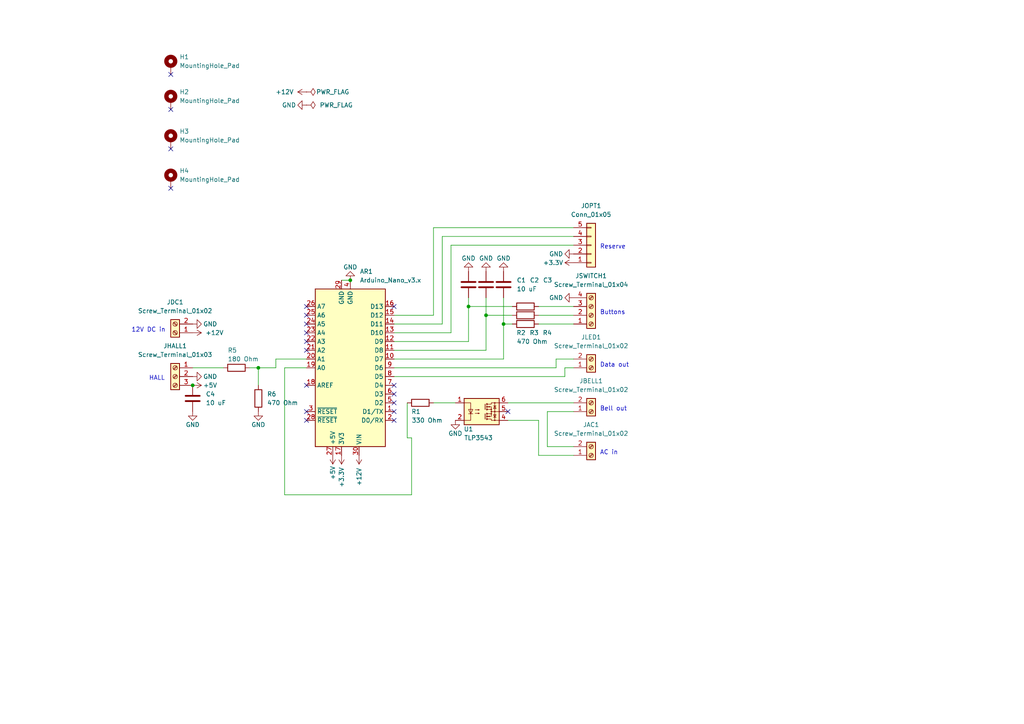
<source format=kicad_sch>
(kicad_sch (version 20211123) (generator eeschema)
  (paper "A4")
  (lib_symbols
    (symbol "Connector:Screw_Terminal_01x02" (pin_names (offset 1.016) hide)
      (property "Reference" "J" (at 0 2.54 0))
      (property "Value" "Screw_Terminal_01x02" (at 0 -5.08 0))
      (symbol "Screw_Terminal_01x02_1_1"
        (rectangle (start -1.27 1.27) (end 1.27 -3.81) (stroke (width 0.254)) (fill (type background)))
        (circle (center 0 -2.54) (radius 0.635) (stroke (width 0.1524)))
        (polyline (pts (xy -0.5334 -2.2098) (xy 0.3302 -3.048)) (stroke (width 0.1524)))
        (polyline (pts (xy -0.5334 0.3302) (xy 0.3302 -0.508)) (stroke (width 0.1524)))
        (polyline (pts (xy -0.3556 -2.032) (xy 0.508 -2.8702)) (stroke (width 0.1524)))
        (polyline (pts (xy -0.3556 0.508) (xy 0.508 -0.3302)) (stroke (width 0.1524)))
        (circle (center 0 0) (radius 0.635) (stroke (width 0.1524)))
        (pin passive line (at -5.08 0 0) (length 3.81) (name "Pin_1") (number "1"))
        (pin passive line (at -5.08 -2.54 0) (length 3.81) (name "Pin_2") (number "2"))
      )
    )
    (symbol "Connector:Screw_Terminal_01x03" (pin_names (offset 1.016) hide)
      (property "Reference" "J" (at 0 5.08 0))
      (property "Value" "Screw_Terminal_01x03" (at 0 -5.08 0))
      (symbol "Screw_Terminal_01x03_1_1"
        (rectangle (start -1.27 3.81) (end 1.27 -3.81) (stroke (width 0.254)) (fill (type background)))
        (circle (center 0 -2.54) (radius 0.635) (stroke (width 0.1524)))
        (polyline (pts (xy -0.5334 -2.2098) (xy 0.3302 -3.048)) (stroke (width 0.1524)))
        (polyline (pts (xy -0.5334 0.3302) (xy 0.3302 -0.508)) (stroke (width 0.1524)))
        (polyline (pts (xy -0.5334 2.8702) (xy 0.3302 2.032)) (stroke (width 0.1524)))
        (polyline (pts (xy -0.3556 -2.032) (xy 0.508 -2.8702)) (stroke (width 0.1524)))
        (polyline (pts (xy -0.3556 0.508) (xy 0.508 -0.3302)) (stroke (width 0.1524)))
        (polyline (pts (xy -0.3556 3.048) (xy 0.508 2.2098)) (stroke (width 0.1524)))
        (circle (center 0 0) (radius 0.635) (stroke (width 0.1524)))
        (circle (center 0 2.54) (radius 0.635) (stroke (width 0.1524)))
        (pin passive line (at -5.08 2.54 0) (length 3.81) (name "Pin_1") (number "1"))
        (pin passive line (at -5.08 0 0) (length 3.81) (name "Pin_2") (number "2"))
        (pin passive line (at -5.08 -2.54 0) (length 3.81) (name "Pin_3") (number "3"))
      )
    )
    (symbol "Connector:Screw_Terminal_01x04" (pin_names (offset 1.016) hide)
      (property "Reference" "J" (at 0 5.08 0))
      (property "Value" "Screw_Terminal_01x04" (at 0 -7.62 0))
      (symbol "Screw_Terminal_01x04_1_1"
        (rectangle (start -1.27 3.81) (end 1.27 -6.35) (stroke (width 0.254)) (fill (type background)))
        (circle (center 0 -5.08) (radius 0.635) (stroke (width 0.1524)))
        (circle (center 0 -2.54) (radius 0.635) (stroke (width 0.1524)))
        (polyline (pts (xy -0.5334 -4.7498) (xy 0.3302 -5.588)) (stroke (width 0.1524)))
        (polyline (pts (xy -0.5334 -2.2098) (xy 0.3302 -3.048)) (stroke (width 0.1524)))
        (polyline (pts (xy -0.5334 0.3302) (xy 0.3302 -0.508)) (stroke (width 0.1524)))
        (polyline (pts (xy -0.5334 2.8702) (xy 0.3302 2.032)) (stroke (width 0.1524)))
        (polyline (pts (xy -0.3556 -4.572) (xy 0.508 -5.4102)) (stroke (width 0.1524)))
        (polyline (pts (xy -0.3556 -2.032) (xy 0.508 -2.8702)) (stroke (width 0.1524)))
        (polyline (pts (xy -0.3556 0.508) (xy 0.508 -0.3302)) (stroke (width 0.1524)))
        (polyline (pts (xy -0.3556 3.048) (xy 0.508 2.2098)) (stroke (width 0.1524)))
        (circle (center 0 0) (radius 0.635) (stroke (width 0.1524)))
        (circle (center 0 2.54) (radius 0.635) (stroke (width 0.1524)))
        (pin passive line (at -5.08 2.54 0) (length 3.81) (name "Pin_1") (number "1"))
        (pin passive line (at -5.08 0 0) (length 3.81) (name "Pin_2") (number "2"))
        (pin passive line (at -5.08 -2.54 0) (length 3.81) (name "Pin_3") (number "3"))
        (pin passive line (at -5.08 -5.08 0) (length 3.81) (name "Pin_4") (number "4"))
      )
    )
    (symbol "Connector_Generic:Conn_01x05" (pin_names (offset 1.016) hide)
      (property "Reference" "J" (at 0 7.62 0))
      (property "Value" "Conn_01x05" (at 0 -7.62 0))
      (symbol "Conn_01x05_1_1"
        (rectangle (start -1.27 -4.953) (end 0 -5.207) (stroke (width 0.1524)))
        (rectangle (start -1.27 -2.413) (end 0 -2.667) (stroke (width 0.1524)))
        (rectangle (start -1.27 0.127) (end 0 -0.127) (stroke (width 0.1524)))
        (rectangle (start -1.27 2.667) (end 0 2.413) (stroke (width 0.1524)))
        (rectangle (start -1.27 5.207) (end 0 4.953) (stroke (width 0.1524)))
        (rectangle (start -1.27 6.35) (end 1.27 -6.35) (stroke (width 0.254)) (fill (type background)))
        (pin passive line (at -5.08 5.08 0) (length 3.81) (name "Pin_1") (number "1"))
        (pin passive line (at -5.08 2.54 0) (length 3.81) (name "Pin_2") (number "2"))
        (pin passive line (at -5.08 0 0) (length 3.81) (name "Pin_3") (number "3"))
        (pin passive line (at -5.08 -2.54 0) (length 3.81) (name "Pin_4") (number "4"))
        (pin passive line (at -5.08 -5.08 0) (length 3.81) (name "Pin_5") (number "5"))
      )
    )
    (symbol "Device:C" (pin_numbers hide) (pin_names (offset 0.254))
      (property "Reference" "C" (at 0.635 2.54 0))
      (property "Value" "C" (at 0.635 -2.54 0))
      (symbol "C_0_1"
        (polyline (pts (xy -2.032 -0.762) (xy 2.032 -0.762)) (stroke (width 0.508)))
        (polyline (pts (xy -2.032 0.762) (xy 2.032 0.762)) (stroke (width 0.508)))
      )
      (symbol "C_1_1"
        (pin passive line (at 0 3.81 270) (length 2.794) (name "~") (number "1"))
        (pin passive line (at 0 -3.81 90) (length 2.794) (name "~") (number "2"))
      )
    )
    (symbol "Device:R" (pin_numbers hide) (pin_names (offset 0))
      (property "Reference" "R" (at 2.032 0 90))
      (property "Value" "R" (at 0 0 90))
      (symbol "R_0_1"
        (rectangle (start -1.016 -2.54) (end 1.016 2.54) (stroke (width 0.254)))
      )
      (symbol "R_1_1"
        (pin passive line (at 0 3.81 270) (length 1.27) (name "~") (number "1"))
        (pin passive line (at 0 -3.81 90) (length 1.27) (name "~") (number "2"))
      )
    )
    (symbol "MCU_Module:Arduino_Nano_v3.x"
      (property "Reference" "A" (at -10.16 23.495 0))
      (property "Value" "Arduino_Nano_v3.x" (at 5.08 -24.13 0))
      (symbol "Arduino_Nano_v3.x_0_1"
        (rectangle (start -10.16 22.86) (end 10.16 -22.86) (stroke (width 0.254)) (fill (type background)))
      )
      (symbol "Arduino_Nano_v3.x_1_1"
        (pin bidirectional line (at -12.7 12.7 0) (length 2.54) (name "D1/TX") (number "1"))
        (pin bidirectional line (at -12.7 -2.54 0) (length 2.54) (name "D7") (number "10"))
        (pin bidirectional line (at -12.7 -5.08 0) (length 2.54) (name "D8") (number "11"))
        (pin bidirectional line (at -12.7 -7.62 0) (length 2.54) (name "D9") (number "12"))
        (pin bidirectional line (at -12.7 -10.16 0) (length 2.54) (name "D10") (number "13"))
        (pin bidirectional line (at -12.7 -12.7 0) (length 2.54) (name "D11") (number "14"))
        (pin bidirectional line (at -12.7 -15.24 0) (length 2.54) (name "D12") (number "15"))
        (pin bidirectional line (at -12.7 -17.78 0) (length 2.54) (name "D13") (number "16"))
        (pin power_out line (at 2.54 25.4 270) (length 2.54) (name "3V3") (number "17"))
        (pin input line (at 12.7 5.08 180) (length 2.54) (name "AREF") (number "18"))
        (pin bidirectional line (at 12.7 0 180) (length 2.54) (name "A0") (number "19"))
        (pin bidirectional line (at -12.7 15.24 0) (length 2.54) (name "D0/RX") (number "2"))
        (pin bidirectional line (at 12.7 -2.54 180) (length 2.54) (name "A1") (number "20"))
        (pin bidirectional line (at 12.7 -5.08 180) (length 2.54) (name "A2") (number "21"))
        (pin bidirectional line (at 12.7 -7.62 180) (length 2.54) (name "A3") (number "22"))
        (pin bidirectional line (at 12.7 -10.16 180) (length 2.54) (name "A4") (number "23"))
        (pin bidirectional line (at 12.7 -12.7 180) (length 2.54) (name "A5") (number "24"))
        (pin bidirectional line (at 12.7 -15.24 180) (length 2.54) (name "A6") (number "25"))
        (pin bidirectional line (at 12.7 -17.78 180) (length 2.54) (name "A7") (number "26"))
        (pin power_out line (at 5.08 25.4 270) (length 2.54) (name "+5V") (number "27"))
        (pin input line (at 12.7 15.24 180) (length 2.54) (name "~{RESET}") (number "28"))
        (pin power_in line (at 2.54 -25.4 90) (length 2.54) (name "GND") (number "29"))
        (pin input line (at 12.7 12.7 180) (length 2.54) (name "~{RESET}") (number "3"))
        (pin power_in line (at -2.54 25.4 270) (length 2.54) (name "VIN") (number "30"))
        (pin power_in line (at 0 -25.4 90) (length 2.54) (name "GND") (number "4"))
        (pin bidirectional line (at -12.7 10.16 0) (length 2.54) (name "D2") (number "5"))
        (pin bidirectional line (at -12.7 7.62 0) (length 2.54) (name "D3") (number "6"))
        (pin bidirectional line (at -12.7 5.08 0) (length 2.54) (name "D4") (number "7"))
        (pin bidirectional line (at -12.7 2.54 0) (length 2.54) (name "D5") (number "8"))
        (pin bidirectional line (at -12.7 0 0) (length 2.54) (name "D6") (number "9"))
      )
    )
    (symbol "Mechanical:MountingHole_Pad" (pin_numbers hide) (pin_names (offset 1.016) hide)
      (property "Reference" "H" (at 0 6.35 0))
      (property "Value" "MountingHole_Pad" (at 0 4.445 0))
      (symbol "MountingHole_Pad_0_1"
        (circle (center 0 1.27) (radius 1.27) (stroke (width 1.27)))
      )
      (symbol "MountingHole_Pad_1_1"
        (pin input line (at 0 -2.54 90) (length 2.54) (name "1") (number "1"))
      )
    )
    (symbol "Relay_SolidState:TLP3543"
      (property "Reference" "U" (at -3.81 5.08 0))
      (property "Value" "TLP3543" (at -1.27 -5.08 0))
      (symbol "TLP3543_0_1"
        (rectangle (start -5.08 3.81) (end 5.08 -3.81) (stroke (width 0.254)) (fill (type background)))
        (polyline (pts (xy -3.81 -0.635) (xy -2.54 -0.635)))
        (polyline (pts (xy 1.016 -0.635) (xy 1.016 -2.159)) (stroke (width 0.2032)))
        (polyline (pts (xy 1.016 2.159) (xy 1.016 0.635)) (stroke (width 0.2032)))
        (polyline (pts (xy 1.524 -0.508) (xy 1.524 -0.762)) (stroke (width 0.3556)))
        (polyline (pts (xy 2.794 0) (xy 5.08 0)))
        (polyline (pts (xy 3.429 -1.651) (xy 4.191 -1.651)))
        (polyline (pts (xy 3.429 1.651) (xy 4.191 1.651)))
        (polyline (pts (xy 3.81 -2.54) (xy 3.81 2.54)))
        (polyline (pts (xy 1.524 -2.032) (xy 1.524 -2.286) (xy 1.524 -2.286)) (stroke (width 0.3556)))
        (polyline (pts (xy 1.524 -1.27) (xy 1.524 -1.524) (xy 1.524 -1.524)) (stroke (width 0.3556)))
        (polyline (pts (xy 1.524 0.762) (xy 1.524 0.508) (xy 1.524 0.508)) (stroke (width 0.3556)))
        (polyline (pts (xy 1.524 1.524) (xy 1.524 1.27) (xy 1.524 1.27)) (stroke (width 0.3556)))
        (polyline (pts (xy 1.524 2.286) (xy 1.524 2.032) (xy 1.524 2.032)) (stroke (width 0.3556)))
        (polyline (pts (xy 1.651 -1.397) (xy 2.794 -1.397) (xy 2.794 -0.635)))
        (polyline (pts (xy 1.651 1.397) (xy 2.794 1.397) (xy 2.794 0.635)))
        (polyline (pts (xy -5.08 2.54) (xy -3.175 2.54) (xy -3.175 -2.54) (xy -5.08 -2.54)))
        (polyline (pts (xy -3.175 -0.635) (xy -3.81 0.635) (xy -2.54 0.635) (xy -3.175 -0.635)))
        (polyline (pts (xy 1.651 -2.159) (xy 2.794 -2.159) (xy 2.794 -2.54) (xy 5.08 -2.54)))
        (polyline (pts (xy 1.651 -0.635) (xy 2.794 -0.635) (xy 2.794 0.635) (xy 1.651 0.635)))
        (polyline (pts (xy 1.651 2.159) (xy 2.794 2.159) (xy 2.794 2.54) (xy 5.08 2.54)))
        (polyline (pts (xy 1.778 -1.397) (xy 2.286 -1.27) (xy 2.286 -1.524) (xy 1.778 -1.397)))
        (polyline (pts (xy 1.778 1.397) (xy 2.286 1.524) (xy 2.286 1.27) (xy 1.778 1.397)))
        (polyline (pts (xy 3.81 -1.651) (xy 3.429 -0.889) (xy 4.191 -0.889) (xy 3.81 -1.651)))
        (polyline (pts (xy 3.81 1.651) (xy 3.429 0.889) (xy 4.191 0.889) (xy 3.81 1.651)))
        (polyline (pts (xy -1.905 -0.508) (xy -0.635 -0.508) (xy -1.016 -0.635) (xy -1.016 -0.381) (xy -0.635 -0.508)))
        (polyline (pts (xy -1.905 0.508) (xy -0.635 0.508) (xy -1.016 0.381) (xy -1.016 0.635) (xy -0.635 0.508)))
        (circle (center 2.794 -0.635) (radius 0.127))
        (circle (center 2.794 0) (radius 0.127))
        (circle (center 2.794 0.635) (radius 0.127))
        (circle (center 3.81 -2.54) (radius 0.127))
        (circle (center 3.81 0) (radius 0.127))
        (circle (center 3.81 2.54) (radius 0.127))
      )
      (symbol "TLP3543_1_1"
        (pin passive line (at -7.62 2.54 0) (length 2.54) (name "~") (number "1"))
        (pin passive line (at -7.62 -2.54 0) (length 2.54) (name "~") (number "2"))
        (pin no_connect line (at -5.08 0 0) (length 2.54) hide (name "~") (number "3"))
        (pin passive line (at 7.62 -2.54 180) (length 2.54) (name "~") (number "4"))
        (pin passive line (at 7.62 0 180) (length 2.54) (name "~") (number "5"))
        (pin passive line (at 7.62 2.54 180) (length 2.54) (name "~") (number "6"))
      )
    )
    (symbol "power:+12V" (power) (pin_names (offset 0))
      (property "Value" "+12V" (at 0 3.556 0))
      (symbol "+12V_0_1"
        (polyline (pts (xy -0.762 1.27) (xy 0 2.54)))
        (polyline (pts (xy 0 0) (xy 0 2.54)))
        (polyline (pts (xy 0 2.54) (xy 0.762 1.27)))
      )
      (symbol "+12V_1_1"
        (pin power_in line (at 0 0 90) (length 0) hide (name "+12V") (number "1"))
      )
    )
    (symbol "power:+3.3V" (power) (pin_names (offset 0))
      (property "Value" "+3.3V" (at 0 3.556 0))
      (symbol "+3.3V_0_1"
        (polyline (pts (xy -0.762 1.27) (xy 0 2.54)))
        (polyline (pts (xy 0 0) (xy 0 2.54)))
        (polyline (pts (xy 0 2.54) (xy 0.762 1.27)))
      )
      (symbol "+3.3V_1_1"
        (pin power_in line (at 0 0 90) (length 0) hide (name "+3.3V") (number "1"))
      )
    )
    (symbol "power:+5V" (power) (pin_names (offset 0))
      (property "Value" "+5V" (at 0 3.556 0))
      (symbol "+5V_0_1"
        (polyline (pts (xy -0.762 1.27) (xy 0 2.54)))
        (polyline (pts (xy 0 0) (xy 0 2.54)))
        (polyline (pts (xy 0 2.54) (xy 0.762 1.27)))
      )
      (symbol "+5V_1_1"
        (pin power_in line (at 0 0 90) (length 0) hide (name "+5V") (number "1"))
      )
    )
    (symbol "power:GND" (power) (pin_names (offset 0))
      (property "Value" "GND" (at 0 -3.81 0))
      (symbol "GND_0_1"
        (polyline (pts (xy 0 0) (xy 0 -1.27) (xy 1.27 -1.27) (xy 0 -2.54) (xy -1.27 -1.27) (xy 0 -1.27)))
      )
      (symbol "GND_1_1"
        (pin power_in line (at 0 0 270) (length 0) hide (name "GND") (number "1"))
      )
    )
    (symbol "power:PWR_FLAG" (power) (pin_numbers hide) (pin_names (offset 0) hide)
      (property "Value" "PWR_FLAG" (at 0 3.81 0))
      (symbol "PWR_FLAG_0_0"
        (pin power_out line (at 0 0 90) (length 0) (name "pwr") (number "1"))
      )
      (symbol "PWR_FLAG_0_1"
        (polyline (pts (xy 0 0) (xy 0 1.27) (xy -1.016 1.905) (xy 0 2.54) (xy 1.016 1.905) (xy 0 1.27)))
      )
    )
  )
  (junction (at 146.05 93.98))
  (junction (at 55.88 111.76))
  (junction (at 135.89 88.9))
  (junction (at 140.97 91.44))
  (junction (at 101.6 81.28))
  (junction (at 74.93 106.68))
  (no_connect (at 49.53 31.75))
  (no_connect (at 49.53 21.59))
  (no_connect (at 49.53 54.61))
  (no_connect (at 114.3 116.84))
  (no_connect (at 49.53 43.18))
  (no_connect (at 114.3 114.3))
  (no_connect (at 88.9 93.98))
  (no_connect (at 88.9 101.6))
  (no_connect (at 88.9 88.9))
  (no_connect (at 88.9 99.06))
  (no_connect (at 88.9 96.52))
  (no_connect (at 88.9 91.44))
  (no_connect (at 114.3 111.76))
  (no_connect (at 114.3 121.92))
  (no_connect (at 114.3 119.38))
  (no_connect (at 88.9 111.76))
  (no_connect (at 88.9 119.38))
  (no_connect (at 88.9 121.92))
  (no_connect (at 114.3 88.9))
  (no_connect (at 147.32 119.38))
  (wire (pts (xy 148.59 91.44) (xy 140.97 91.44)))
  (wire (pts (xy 166.37 104.14) (xy 161.29 104.14)))
  (wire (pts (xy 125.73 116.84) (xy 132.08 116.84)))
  (wire (pts (xy 99.06 81.28) (xy 101.6 81.28)))
  (wire (pts (xy 118.11 127) (xy 118.11 116.84)))
  (wire (pts (xy 80.01 104.14) (xy 88.9 104.14)))
  (wire (pts (xy 74.93 106.68) (xy 80.01 106.68)))
  (wire (pts (xy 88.9 106.68) (xy 82.55 106.68)))
  (wire (pts (xy 147.32 116.84) (xy 166.37 116.84)))
  (wire (pts (xy 166.37 71.12) (xy 130.81 71.12)))
  (wire (pts (xy 114.3 101.6) (xy 140.97 101.6)))
  (wire (pts (xy 163.83 109.22) (xy 163.83 106.68)))
  (wire (pts (xy 128.27 93.98) (xy 114.3 93.98)))
  (wire (pts (xy 146.05 86.36) (xy 146.05 93.98)))
  (wire (pts (xy 114.3 104.14) (xy 146.05 104.14)))
  (wire (pts (xy 163.83 106.68) (xy 166.37 106.68)))
  (wire (pts (xy 82.55 143.51) (xy 119.38 143.51)))
  (wire (pts (xy 135.89 86.36) (xy 135.89 88.9)))
  (wire (pts (xy 130.81 71.12) (xy 130.81 96.52)))
  (wire (pts (xy 128.27 93.98) (xy 128.27 68.58)))
  (wire (pts (xy 114.3 106.68) (xy 161.29 106.68)))
  (wire (pts (xy 166.37 91.44) (xy 156.21 91.44)))
  (wire (pts (xy 158.75 119.38) (xy 158.75 129.54)))
  (wire (pts (xy 146.05 104.14) (xy 146.05 93.98)))
  (wire (pts (xy 156.21 121.92) (xy 147.32 121.92)))
  (wire (pts (xy 125.73 66.04) (xy 125.73 91.44)))
  (wire (pts (xy 166.37 66.04) (xy 125.73 66.04)))
  (wire (pts (xy 128.27 68.58) (xy 166.37 68.58)))
  (wire (pts (xy 119.38 143.51) (xy 119.38 127)))
  (wire (pts (xy 114.3 109.22) (xy 163.83 109.22)))
  (wire (pts (xy 135.89 88.9) (xy 148.59 88.9)))
  (wire (pts (xy 82.55 106.68) (xy 82.55 143.51)))
  (wire (pts (xy 161.29 104.14) (xy 161.29 106.68)))
  (wire (pts (xy 166.37 88.9) (xy 156.21 88.9)))
  (wire (pts (xy 156.21 121.92) (xy 156.21 132.08)))
  (wire (pts (xy 140.97 86.36) (xy 140.97 91.44)))
  (wire (pts (xy 114.3 99.06) (xy 135.89 99.06)))
  (wire (pts (xy 114.3 91.44) (xy 125.73 91.44)))
  (wire (pts (xy 158.75 129.54) (xy 166.37 129.54)))
  (wire (pts (xy 80.01 106.68) (xy 80.01 104.14)))
  (wire (pts (xy 140.97 91.44) (xy 140.97 101.6)))
  (wire (pts (xy 146.05 93.98) (xy 148.59 93.98)))
  (wire (pts (xy 135.89 99.06) (xy 135.89 88.9)))
  (wire (pts (xy 119.38 127) (xy 118.11 127)))
  (wire (pts (xy 156.21 132.08) (xy 166.37 132.08)))
  (wire (pts (xy 74.93 106.68) (xy 74.93 111.76)))
  (wire (pts (xy 158.75 119.38) (xy 166.37 119.38)))
  (wire (pts (xy 114.3 96.52) (xy 130.81 96.52)))
  (wire (pts (xy 166.37 93.98) (xy 156.21 93.98)))
  (wire (pts (xy 55.88 106.68) (xy 64.77 106.68)))
  (wire (pts (xy 72.39 106.68) (xy 74.93 106.68)))
  (text "Reserve" (at 173.99 72.39 0) (effects (font (size 1.27 1.27)) (justify left bottom)))
  (text "Buttons" (at 173.99 91.44 0) (effects (font (size 1.27 1.27)) (justify left bottom)))
  (text "HALL" (at 43.18 110.49 0) (effects (font (size 1.27 1.27)) (justify left bottom)))
  (text "12V DC in" (at 38.1 96.52 0) (effects (font (size 1.27 1.27)) (justify left bottom)))
  (text "AC in" (at 173.99 132.08 0) (effects (font (size 1.27 1.27)) (justify left bottom)))
  (text "Bell out" (at 173.99 119.38 0) (effects (font (size 1.27 1.27)) (justify left bottom)))
  (text "Data out" (at 173.99 106.68 0) (effects (font (size 1.27 1.27)) (justify left bottom)))
  (symbol (lib_id "Mechanical:MountingHole_Pad") (at 49.53 52.07 0) (unit 1)
    (property "Reference" "H4" (at 52.07 49.5299 0) (effects (justify left)))
    (property "Value" "MountingHole_Pad" (at 52.07 52.0699 0) (effects (justify left)))
    (property "Footprint" "MountingHole:MountingHole_4mm" (effects hide))
  )
  (symbol (lib_id "power:GND") (at 88.9 30.48 270) (unit 1)
    (property "Reference" "#PWR0119" (effects hide))
    (property "Value" "GND" (at 83.82 30.48 90))
  )
  (symbol (lib_id "power:+12V") (at 88.9 26.67 90) (unit 1)
    (property "Reference" "#PWR0118" (effects hide))
    (property "Value" "+12V" (at 82.55 26.67 90))
  )
  (symbol (lib_id "power:+3.3V") (at 166.37 76.2 90) (unit 1)
    (property "Reference" "#PWR0106" (effects hide))
    (property "Value" "+3.3V" (at 157.48 76.2 90) (effects (justify right)))
  )
  (symbol (lib_id "Connector:Screw_Terminal_01x02") (at 171.45 106.68 0) (mirror x) (unit 1)
    (property "Reference" "JLED1" (at 171.45 97.79 0))
    (property "Value" "Screw_Terminal_01x02" (at 171.45 100.33 0))
    (property "Footprint" "Connector_Molex:Molex_Micro-Fit_3.0_43650-0215_1x02_P3.00mm_Vertical" (effects hide))
  )
  (symbol (lib_id "Device:R") (at 152.4 91.44 90) (unit 1)
    (property "Reference" "R3" (at 154.94 96.52 90))
    (property "Value" "470 Ohm" (effects hide))
    (property "Footprint" "Resistor_SMD:R_0805_2012Metric" (effects hide))
  )
  (symbol (lib_id "power:+12V") (at 104.14 132.08 180) (unit 1)
    (property "Reference" "#PWR0112" (effects hide))
    (property "Value" "+12V" (at 104.14 140.97 90) (effects (justify right)))
  )
  (symbol (lib_id "power:PWR_FLAG") (at 88.9 30.48 270) (unit 1)
    (property "Reference" "#FLG0101" (effects hide))
    (property "Value" "PWR_FLAG" (at 92.71 30.4799 90) (effects (justify left)))
  )
  (symbol (lib_id "power:GND") (at 55.88 119.38 0) (unit 1)
    (property "Reference" "#PWR0114" (effects hide))
    (property "Value" "GND" (at 55.88 123.19 0))
  )
  (symbol (lib_id "Connector:Screw_Terminal_01x02") (at 171.45 119.38 0) (mirror x) (unit 1)
    (property "Reference" "JBELL1" (at 171.45 110.49 0))
    (property "Value" "Screw_Terminal_01x02" (at 171.45 113.03 0))
    (property "Footprint" "Connector_Molex:Molex_Micro-Fit_3.0_43650-0215_1x02_P3.00mm_Vertical" (effects hide))
  )
  (symbol (lib_id "Device:C") (at 140.97 82.55 180) (unit 1)
    (property "Reference" "C2" (at 153.67 81.28 0) (effects (justify right)))
    (property "Value" "10 uF" (effects hide))
    (property "Footprint" "Capacitor_SMD:C_0805_2012Metric" (effects hide))
  )
  (symbol (lib_id "power:GND") (at 166.37 73.66 270) (unit 1)
    (property "Reference" "#PWR0105" (effects hide))
    (property "Value" "GND" (at 161.29 73.66 90))
  )
  (symbol (lib_id "Connector:Screw_Terminal_01x02") (at 171.45 132.08 0) (mirror x) (unit 1)
    (property "Reference" "JAC1" (at 171.45 123.19 0))
    (property "Value" "Screw_Terminal_01x02" (at 171.45 125.73 0))
    (property "Footprint" "Connector_Molex:Molex_Micro-Fit_3.0_43650-0215_1x02_P3.00mm_Vertical" (effects hide))
  )
  (symbol (lib_id "Device:R") (at 152.4 93.98 90) (unit 1)
    (property "Reference" "R4" (at 158.75 96.52 90))
    (property "Value" "470 Ohm" (at 149.86 99.06 90) (effects (justify right)))
    (property "Footprint" "Resistor_SMD:R_0805_2012Metric" (effects hide))
  )
  (symbol (lib_id "power:GND") (at 55.88 109.22 90) (unit 1)
    (property "Reference" "#PWR0116" (effects hide))
    (property "Value" "GND" (at 60.96 109.22 90))
  )
  (symbol (lib_id "power:GND") (at 132.08 121.92 0) (unit 1)
    (property "Reference" "#PWR0103" (effects hide))
    (property "Value" "GND" (at 132.08 125.73 0))
  )
  (symbol (lib_id "power:GND") (at 140.97 78.74 180) (unit 1)
    (property "Reference" "#PWR0109" (effects hide))
    (property "Value" "GND" (at 140.97 74.93 0))
  )
  (symbol (lib_id "Device:C") (at 55.88 115.57 180) (unit 1)
    (property "Reference" "C4" (at 59.69 114.3 0) (effects (justify right)))
    (property "Value" "10 uF" (at 59.69 116.84 0) (effects (justify right)))
    (property "Footprint" "Capacitor_SMD:C_0805_2012Metric" (effects hide))
  )
  (symbol (lib_id "power:GND") (at 101.6 81.28 180) (unit 1)
    (property "Reference" "#PWR0102" (effects hide))
    (property "Value" "GND" (at 101.6 77.47 0))
  )
  (symbol (lib_id "Device:R") (at 74.93 115.57 0) (unit 1)
    (property "Reference" "R6" (at 77.47 114.2999 0) (effects (justify left)))
    (property "Value" "470 Ohm" (at 77.47 116.8399 0) (effects (justify left)))
    (property "Footprint" "Resistor_SMD:R_0805_2012Metric" (effects hide))
  )
  (symbol (lib_id "power:GND") (at 74.93 119.38 0) (unit 1)
    (property "Reference" "#PWR0113" (effects hide))
    (property "Value" "GND" (at 74.93 123.19 0))
  )
  (symbol (lib_id "Device:R") (at 68.58 106.68 90) (unit 1)
    (property "Reference" "R5" (at 66.04 101.6 90) (effects (justify right)))
    (property "Value" "180 Ohm" (at 66.04 104.14 90) (effects (justify right)))
    (property "Footprint" "Resistor_SMD:R_0805_2012Metric" (effects hide))
  )
  (symbol (lib_id "Connector:Screw_Terminal_01x02") (at 50.8 96.52 180) (unit 1)
    (property "Reference" "JDC1" (at 50.8 87.63 0))
    (property "Value" "Screw_Terminal_01x02" (at 50.8 90.17 0))
    (property "Footprint" "Connector_Molex:Molex_Micro-Fit_3.0_43650-0215_1x02_P3.00mm_Vertical" (effects hide))
  )
  (symbol (lib_id "power:+5V") (at 55.88 111.76 270) (unit 1)
    (property "Reference" "#PWR0115" (effects hide))
    (property "Value" "+5V" (at 60.96 111.76 90))
  )
  (symbol (lib_id "power:GND") (at 55.88 93.98 90) (unit 1)
    (property "Reference" "#PWR0117" (effects hide))
    (property "Value" "GND" (at 60.96 93.98 90))
  )
  (symbol (lib_id "power:+5V") (at 96.52 132.08 180) (unit 1)
    (property "Reference" "#PWR0111" (effects hide))
    (property "Value" "+5V" (at 96.52 137.16 90))
  )
  (symbol (lib_id "power:GND") (at 135.89 78.74 180) (unit 1)
    (property "Reference" "#PWR0107" (effects hide))
    (property "Value" "GND" (at 135.89 74.93 0))
  )
  (symbol (lib_id "Device:C") (at 146.05 82.55 180) (unit 1)
    (property "Reference" "C3" (at 157.48 81.28 0) (effects (justify right)))
    (property "Value" "10 uF" (effects hide))
    (property "Footprint" "Capacitor_SMD:C_0805_2012Metric" (effects hide))
  )
  (symbol (lib_id "Mechanical:MountingHole_Pad") (at 49.53 19.05 0) (unit 1)
    (property "Reference" "H1" (at 52.07 16.5099 0) (effects (justify left)))
    (property "Value" "MountingHole_Pad" (at 52.07 19.0499 0) (effects (justify left)))
    (property "Footprint" "MountingHole:MountingHole_4mm" (effects hide))
  )
  (symbol (lib_id "Connector:Screw_Terminal_01x03") (at 50.8 109.22 0) (mirror y) (unit 1)
    (property "Reference" "JHALL1" (at 50.8 100.33 0))
    (property "Value" "Screw_Terminal_01x03" (at 50.8 102.87 0))
    (property "Footprint" "Connector_Molex:Molex_Micro-Fit_3.0_43650-0315_1x03_P3.00mm_Vertical" (effects hide))
  )
  (symbol (lib_id "MCU_Module:Arduino_Nano_v3.x") (at 101.6 106.68 180) (unit 1)
    (property "Reference" "AR1" (at 104.3687 78.74 0) (effects (justify right)))
    (property "Value" "Arduino_Nano_v3.x" (at 104.3687 81.28 0) (effects (justify right)))
    (property "Footprint" "Module:Arduino_Nano" (effects hide))
    (property "Datasheet" "http://www.mouser.com/pdfdocs/Gravitech_Arduino_Nano3_0.pdf" (effects hide))
  )
  (symbol (lib_id "Mechanical:MountingHole_Pad") (at 49.53 29.21 0) (unit 1)
    (property "Reference" "H2" (at 52.07 26.6699 0) (effects (justify left)))
    (property "Value" "MountingHole_Pad" (at 52.07 29.2099 0) (effects (justify left)))
    (property "Footprint" "MountingHole:MountingHole_4mm" (effects hide))
  )
  (symbol (lib_id "Connector:Screw_Terminal_01x04") (at 171.45 91.44 0) (mirror x) (unit 1)
    (property "Reference" "JSWITCH1" (at 171.45 80.01 0))
    (property "Value" "Screw_Terminal_01x04" (at 171.45 82.55 0))
    (property "Footprint" "Connector_Molex:Molex_Micro-Fit_3.0_43650-0415_1x04_P3.00mm_Vertical" (effects hide))
  )
  (symbol (lib_id "power:GND") (at 166.37 86.36 270) (unit 1)
    (property "Reference" "#PWR0104" (effects hide))
    (property "Value" "GND" (at 161.29 86.36 90))
  )
  (symbol (lib_id "power:+12V") (at 55.88 96.52 270) (unit 1)
    (property "Reference" "#PWR0101" (effects hide))
    (property "Value" "+12V" (at 62.23 96.52 90))
  )
  (symbol (lib_id "Connector_Generic:Conn_01x05") (at 171.45 71.12 0) (mirror x) (unit 1)
    (property "Reference" "JOPT1" (at 171.45 59.69 0))
    (property "Value" "Conn_01x05" (at 171.45 62.23 0))
    (property "Footprint" "Connector_Molex:Molex_Micro-Fit_3.0_43650-0515_1x05_P3.00mm_Vertical" (effects hide))
  )
  (symbol (lib_id "Mechanical:MountingHole_Pad") (at 49.53 40.64 0) (unit 1)
    (property "Reference" "H3" (at 52.07 38.0999 0) (effects (justify left)))
    (property "Value" "MountingHole_Pad" (at 52.07 40.6399 0) (effects (justify left)))
    (property "Footprint" "MountingHole:MountingHole_4mm" (effects hide))
  )
  (symbol (lib_id "Device:C") (at 135.89 82.55 180) (unit 1)
    (property "Reference" "C1" (at 149.86 81.28 0) (effects (justify right)))
    (property "Value" "10 uF" (at 149.86 83.82 0) (effects (justify right)))
    (property "Footprint" "Capacitor_SMD:C_0805_2012Metric" (effects hide))
  )
  (symbol (lib_id "power:+3.3V") (at 99.06 132.08 180) (unit 1)
    (property "Reference" "#PWR0110" (effects hide))
    (property "Value" "+3.3V" (at 99.06 138.43 90))
  )
  (symbol (lib_id "Device:R") (at 121.92 116.84 90) (unit 1)
    (property "Reference" "R1" (at 120.65 119.38 90))
    (property "Value" "330 Ohm" (at 119.38 121.92 90) (effects (justify right)))
    (property "Footprint" "Resistor_SMD:R_0805_2012Metric" (effects hide))
  )
  (symbol (lib_id "Relay_SolidState:TLP3543") (at 139.7 119.38 0) (unit 1)
    (property "Reference" "U1" (at 135.89 124.46 0))
    (property "Value" "TLP3543" (at 134.62 127 0) (effects (justify left)))
    (property "Footprint" "Package_DIP:DIP-6_W7.62mm" (effects hide))
    (property "Datasheet" "https://toshiba.semicon-storage.com/info/docget.jsp?did=12660&prodName=TLP3543" (effects hide))
  )
  (symbol (lib_id "power:GND") (at 146.05 78.74 180) (unit 1)
    (property "Reference" "#PWR0108" (effects hide))
    (property "Value" "GND" (at 146.05 74.93 0))
  )
  (symbol (lib_id "Device:R") (at 152.4 88.9 90) (unit 1)
    (property "Reference" "R2" (at 151.13 96.52 90))
    (property "Value" "470 Ohm" (effects hide))
    (property "Footprint" "Resistor_SMD:R_0805_2012Metric" (effects hide))
  )
  (symbol (lib_id "power:PWR_FLAG") (at 88.9 26.67 270) (unit 1)
    (property "Reference" "#FLG0102" (effects hide))
    (property "Value" "PWR_FLAG" (at 96.52 26.67 90))
  )
)
</source>
